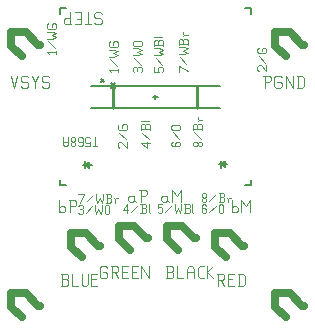
<source format=gbr>
G04 start of page 10 for group -4079 idx -4079 *
G04 Title: (unknown), topsilk *
G04 Creator: pcb 4.2.0 *
G04 CreationDate: Mon Sep 28 05:23:24 2020 UTC *
G04 For: commonadmin *
G04 Format: Gerber/RS-274X *
G04 PCB-Dimensions (mil): 1250.00 1500.00 *
G04 PCB-Coordinate-Origin: lower left *
%MOIN*%
%FSLAX25Y25*%
%LNTOPSILK*%
%ADD106C,0.0100*%
%ADD105C,0.0250*%
%ADD104C,0.0040*%
%ADD103C,0.0030*%
%ADD102C,0.0060*%
G54D102*X51204Y98043D02*X49629Y96469D01*
X51204D02*X49629Y98043D01*
G54D103*X65343Y57822D02*X66843D01*
X65343D02*Y56322D01*
X65718Y56697D01*
X66468D01*
X66843Y56322D01*
Y55197D01*
X66468Y54822D02*X66843Y55197D01*
X65718Y54822D02*X66468D01*
X65343Y55197D02*X65718Y54822D01*
X67743Y55197D02*X69993Y57447D01*
X70893Y57822D02*Y56322D01*
X71268Y54822D01*
X72018Y56322D01*
X72768Y54822D01*
X73143Y56322D01*
Y57822D02*Y56322D01*
X74043Y54822D02*X75543D01*
X75918Y55197D01*
Y56097D02*Y55197D01*
X75543Y56472D02*X75918Y56097D01*
X74418Y56472D02*X75543D01*
X74418Y57822D02*Y54822D01*
X74043Y57822D02*X75543D01*
X75918Y57447D01*
Y56847D01*
X75543Y56472D02*X75918Y56847D01*
X76818Y57822D02*Y55197D01*
X77193Y54822D01*
G54D104*X68000Y60500D02*X68500Y60000D01*
X67000Y60500D02*X68000D01*
X66500Y60000D02*X67000Y60500D01*
X66500Y60000D02*Y59000D01*
X67000Y58500D01*
X68500Y60500D02*Y59000D01*
X69000Y58500D01*
X67000D02*X68000D01*
X68500Y59000D01*
X70200Y62500D02*Y58500D01*
Y62500D02*X71700Y60500D01*
X73200Y62500D01*
Y58500D01*
G54D103*X52408Y76606D02*X52033Y76981D01*
Y78106D02*Y76981D01*
Y78106D02*X52408Y78481D01*
X53158D01*
X55033Y76606D02*X53158Y78481D01*
X55033D02*Y76606D01*
X54658Y79381D02*X52408Y81631D01*
X52033Y84031D02*X52408Y84406D01*
X52033Y84031D02*Y82906D01*
X52408Y82531D02*X52033Y82906D01*
X52408Y82531D02*X54658D01*
X55033Y82906D01*
Y84031D02*Y82906D01*
Y84031D02*X54658Y84406D01*
X53908D02*X54658D01*
X53533Y84031D02*X53908Y84406D01*
X53533Y84031D02*Y83281D01*
X43543Y77100D02*X45043D01*
X44293Y80100D02*Y77100D01*
X41143D02*X42643D01*
Y78600D02*Y77100D01*
Y78600D02*X42268Y78225D01*
X41518D02*X42268D01*
X41518D02*X41143Y78600D01*
Y79725D02*Y78600D01*
X41518Y80100D02*X41143Y79725D01*
X41518Y80100D02*X42268D01*
X42643Y79725D02*X42268Y80100D01*
X39118Y77100D02*X38743Y77475D01*
X39118Y77100D02*X39868D01*
X40243Y77475D02*X39868Y77100D01*
X40243Y79725D02*Y77475D01*
Y79725D02*X39868Y80100D01*
X39118Y78450D02*X38743Y78825D01*
X39118Y78450D02*X40243D01*
X39118Y80100D02*X39868D01*
X39118D02*X38743Y79725D01*
Y78825D01*
X37843Y79725D02*X37468Y80100D01*
X37843Y79725D02*Y79125D01*
X37318Y78600D01*
X36868D02*X37318D01*
X36868D02*X36343Y79125D01*
Y79725D02*Y79125D01*
X36718Y80100D02*X36343Y79725D01*
X36718Y80100D02*X37468D01*
X37843Y78075D02*X37318Y78600D01*
X37843Y78075D02*Y77475D01*
X37468Y77100D01*
X36718D02*X37468D01*
X36718D02*X36343Y77475D01*
Y78075D02*Y77475D01*
X36868Y78600D02*X36343Y78075D01*
X35443Y80100D02*Y77850D01*
X34918Y77100D01*
X34093D02*X34918D01*
X34093D02*X33568Y77850D01*
Y80100D02*Y77850D01*
Y78600D02*X35443D01*
X53606Y55935D02*X55106Y57810D01*
X53606Y55935D02*X55481D01*
X55106Y57810D02*Y54810D01*
X56381Y55185D02*X58631Y57435D01*
X59531Y54810D02*X61031D01*
X61406Y55185D01*
Y56085D02*Y55185D01*
X61031Y56460D02*X61406Y56085D01*
X59906Y56460D02*X61031D01*
X59906Y57810D02*Y54810D01*
X59531Y57810D02*X61031D01*
X61406Y57435D01*
Y56835D01*
X61031Y56460D02*X61406Y56835D01*
X62306Y57810D02*Y55185D01*
X62681Y54810D01*
G54D104*X57000Y60500D02*X57500Y60000D01*
X56000Y60500D02*X57000D01*
X55500Y60000D02*X56000Y60500D01*
X55500Y60000D02*Y59000D01*
X56000Y58500D01*
X57500Y60500D02*Y59000D01*
X58000Y58500D01*
X56000D02*X57000D01*
X57500Y59000D01*
X59700Y62500D02*Y58500D01*
X59200Y62500D02*X61200D01*
X61700Y62000D01*
Y61000D01*
X61200Y60500D02*X61700Y61000D01*
X59700Y60500D02*X61200D01*
X32500Y59000D02*Y55000D01*
Y55500D02*X33000Y55000D01*
X34000D01*
X34500Y55500D01*
Y56500D02*Y55500D01*
X34000Y57000D02*X34500Y56500D01*
X33000Y57000D02*X34000D01*
X32500Y56500D02*X33000Y57000D01*
X36200Y59000D02*Y55000D01*
X35700Y59000D02*X37700D01*
X38200Y58500D01*
Y57500D01*
X37700Y57000D02*X38200Y57500D01*
X36200Y57000D02*X37700D01*
G54D103*X38843Y57210D02*X39218Y57585D01*
X39968D01*
X40343Y57210D01*
X39968Y54585D02*X40343Y54960D01*
X39218Y54585D02*X39968D01*
X38843Y54960D02*X39218Y54585D01*
Y56235D02*X39968D01*
X40343Y57210D02*Y56610D01*
Y55860D02*Y54960D01*
Y55860D02*X39968Y56235D01*
X40343Y56610D02*X39968Y56235D01*
X41243Y54960D02*X43493Y57210D01*
X44393Y57585D02*Y56085D01*
X44768Y54585D01*
X45518Y56085D01*
X46268Y54585D01*
X46643Y56085D01*
Y57585D02*Y56085D01*
X47543Y57210D02*Y54960D01*
Y57210D02*X47918Y57585D01*
X48668D01*
X49043Y57210D01*
Y54960D01*
X48668Y54585D02*X49043Y54960D01*
X47918Y54585D02*X48668D01*
X47543Y54960D02*X47918Y54585D01*
X39218Y58270D02*X40718Y61270D01*
X38843D02*X40718D01*
X41618Y58645D02*X43868Y60895D01*
X44768Y61270D02*Y59770D01*
X45143Y58270D01*
X45893Y59770D01*
X46643Y58270D01*
X47018Y59770D01*
Y61270D02*Y59770D01*
X47918Y58270D02*X49418D01*
X49793Y58645D01*
Y59545D02*Y58645D01*
X49418Y59920D02*X49793Y59545D01*
X48293Y59920D02*X49418D01*
X48293Y61270D02*Y58270D01*
X47918Y61270D02*X49418D01*
X49793Y60895D01*
Y60295D01*
X49418Y59920D02*X49793Y60295D01*
X51068Y59395D02*Y58270D01*
Y59395D02*X51443Y59770D01*
X52193D01*
X50693D02*X51068Y59395D01*
G54D104*X90000Y59000D02*Y55000D01*
Y55500D02*X90500Y55000D01*
X91500D01*
X92000Y55500D01*
Y56500D02*Y55500D01*
X91500Y57000D02*X92000Y56500D01*
X90500Y57000D02*X91500D01*
X90000Y56500D02*X90500Y57000D01*
X93200Y59000D02*Y55000D01*
Y59000D02*X94700Y57000D01*
X96200Y59000D01*
Y55000D01*
G54D103*X81125Y57652D02*X81500Y57277D01*
X80375Y57652D02*X81125D01*
X80000Y57277D02*X80375Y57652D01*
X80000Y57277D02*Y55027D01*
X80375Y54652D01*
X81125Y56302D02*X81500Y55927D01*
X80000Y56302D02*X81125D01*
X80375Y54652D02*X81125D01*
X81500Y55027D01*
Y55927D02*Y55027D01*
X82400D02*X84650Y57277D01*
X85550D02*Y55027D01*
Y57277D02*X85925Y57652D01*
X86675D01*
X87050Y57277D01*
Y55027D01*
X86675Y54652D02*X87050Y55027D01*
X85925Y54652D02*X86675D01*
X85550Y55027D02*X85925Y54652D01*
X80000Y58764D02*X80375Y58389D01*
X80000Y59364D02*Y58764D01*
Y59364D02*X80525Y59889D01*
X80975D01*
X81500Y59364D01*
Y58764D01*
X81125Y58389D02*X81500Y58764D01*
X80375Y58389D02*X81125D01*
X80000Y60414D02*X80525Y59889D01*
X80000Y61014D02*Y60414D01*
Y61014D02*X80375Y61389D01*
X81125D01*
X81500Y61014D01*
Y60414D01*
X80975Y59889D02*X81500Y60414D01*
X82400Y58764D02*X84650Y61014D01*
X85550Y58389D02*X87050D01*
X87425Y58764D01*
Y59664D02*Y58764D01*
X87050Y60039D02*X87425Y59664D01*
X85925Y60039D02*X87050D01*
X85925Y61389D02*Y58389D01*
X85550Y61389D02*X87050D01*
X87425Y61014D01*
Y60414D01*
X87050Y60039D02*X87425Y60414D01*
X88700Y59514D02*Y58389D01*
Y59514D02*X89075Y59889D01*
X89825D01*
X88325D02*X88700Y59514D01*
X79736Y77000D02*X80111Y77375D01*
X79136Y77000D02*X79736D01*
X79136D02*X78611Y77525D01*
Y77975D02*Y77525D01*
Y77975D02*X79136Y78500D01*
X79736D01*
X80111Y78125D02*X79736Y78500D01*
X80111Y78125D02*Y77375D01*
X78086Y77000D02*X78611Y77525D01*
X77486Y77000D02*X78086D01*
X77486D02*X77111Y77375D01*
Y78125D02*Y77375D01*
Y78125D02*X77486Y78500D01*
X78086D01*
X78611Y77975D02*X78086Y78500D01*
X79736Y79400D02*X77486Y81650D01*
X80111Y84050D02*Y82550D01*
Y84050D02*X79736Y84425D01*
X78836D02*X79736D01*
X78461Y84050D02*X78836Y84425D01*
X78461Y84050D02*Y82925D01*
X77111D02*X80111D01*
X77111Y84050D02*Y82550D01*
Y84050D02*X77486Y84425D01*
X78086D01*
X78461Y84050D02*X78086Y84425D01*
X78986Y85700D02*X80111D01*
X78986D02*X78611Y86075D01*
Y86825D02*Y86075D01*
Y85325D02*X78986Y85700D01*
X75230Y102218D02*X72230Y103718D01*
Y101843D01*
X74855Y104618D02*X72605Y106868D01*
X72230Y107768D02*X73730D01*
X75230Y108143D01*
X73730Y108893D01*
X75230Y109643D01*
X73730Y110018D01*
X72230D02*X73730D01*
X75230Y112418D02*Y110918D01*
Y112418D02*X74855Y112793D01*
X73955D02*X74855D01*
X73580Y112418D02*X73955Y112793D01*
X73580Y112418D02*Y111293D01*
X72230D02*X75230D01*
X72230Y112418D02*Y110918D01*
Y112418D02*X72605Y112793D01*
X73205D01*
X73580Y112418D02*X73205Y112793D01*
X74105Y114068D02*X75230D01*
X74105D02*X73730Y114443D01*
Y115193D02*Y114443D01*
Y113693D02*X74105Y114068D01*
X69848Y78125D02*X70223Y78500D01*
X69848Y78125D02*Y77375D01*
X70223Y77000D02*X69848Y77375D01*
X70223Y77000D02*X72473D01*
X72848Y77375D01*
X71198Y78125D02*X71573Y78500D01*
X71198Y78125D02*Y77000D01*
X72848Y78125D02*Y77375D01*
Y78125D02*X72473Y78500D01*
X71573D02*X72473D01*
Y79400D02*X70223Y81650D01*
Y82550D02*X72473D01*
X70223D02*X69848Y82925D01*
Y83675D02*Y82925D01*
Y83675D02*X70223Y84050D01*
X72473D01*
X72848Y83675D02*X72473Y84050D01*
X72848Y83675D02*Y82925D01*
X72473Y82550D02*X72848Y82925D01*
X64178Y103343D02*Y101843D01*
X65678D01*
X65303Y102218D01*
Y102968D02*Y102218D01*
Y102968D02*X65678Y103343D01*
X66803D01*
X67178Y102968D02*X66803Y103343D01*
X67178Y102968D02*Y102218D01*
X66803Y101843D02*X67178Y102218D01*
X66803Y104243D02*X64553Y106493D01*
X64178Y107393D02*X65678D01*
X67178Y107768D01*
X65678Y108518D01*
X67178Y109268D01*
X65678Y109643D01*
X64178D02*X65678D01*
X67178Y112043D02*Y110543D01*
Y112043D02*X66803Y112418D01*
X65903D02*X66803D01*
X65528Y112043D02*X65903Y112418D01*
X65528Y112043D02*Y110918D01*
X64178D02*X67178D01*
X64178Y112043D02*Y110543D01*
Y112043D02*X64553Y112418D01*
X65153D01*
X65528Y112043D02*X65153Y112418D01*
X64178Y113318D02*X66803D01*
X67178Y113693D01*
X61565Y76606D02*X59690Y78106D01*
X61565Y78481D02*Y76606D01*
X59690Y78106D02*X62690D01*
X62315Y79381D02*X60065Y81631D01*
X62690Y84031D02*Y82531D01*
Y84031D02*X62315Y84406D01*
X61415D02*X62315D01*
X61040Y84031D02*X61415Y84406D01*
X61040Y84031D02*Y82906D01*
X59690D02*X62690D01*
X59690Y84031D02*Y82531D01*
Y84031D02*X60065Y84406D01*
X60665D01*
X61040Y84031D02*X60665Y84406D01*
X59690Y85306D02*X62315D01*
X62690Y85681D01*
X57290Y101843D02*X56915Y102218D01*
Y102968D02*Y102218D01*
Y102968D02*X57290Y103343D01*
X59915Y102968D02*X59540Y103343D01*
X59915Y102968D02*Y102218D01*
X59540Y101843D02*X59915Y102218D01*
X58265Y102968D02*Y102218D01*
X57290Y103343D02*X57890D01*
X58640D02*X59540D01*
X58640D02*X58265Y102968D01*
X57890Y103343D02*X58265Y102968D01*
X59540Y104243D02*X57290Y106493D01*
X56915Y107393D02*X58415D01*
X59915Y107768D01*
X58415Y108518D01*
X59915Y109268D01*
X58415Y109643D01*
X56915D02*X58415D01*
X57290Y110543D02*X59540D01*
X57290D02*X56915Y110918D01*
Y111668D02*Y110918D01*
Y111668D02*X57290Y112043D01*
X59540D01*
X59915Y111668D02*X59540Y112043D01*
X59915Y111668D02*Y110918D01*
X59540Y110543D02*X59915Y110918D01*
X98908Y102106D02*X98533Y102481D01*
Y103606D02*Y102481D01*
Y103606D02*X98908Y103981D01*
X99658D01*
X101533Y102106D02*X99658Y103981D01*
X101533D02*Y102106D01*
X101158Y104881D02*X98908Y107131D01*
X98533Y109531D02*X98908Y109906D01*
X98533Y109531D02*Y108406D01*
X98908Y108031D02*X98533Y108406D01*
X98908Y108031D02*X101158D01*
X101533Y108406D01*
Y109531D02*Y108406D01*
Y109531D02*X101158Y109906D01*
X100408D02*X101158D01*
X100033Y109531D02*X100408Y109906D01*
X100033Y109531D02*Y108781D01*
X49562Y101783D02*X48962Y102383D01*
X51962D01*
Y102908D02*Y101783D01*
X51587Y103808D02*X49337Y106058D01*
X48962Y106958D02*X50462D01*
X51962Y107333D01*
X50462Y108083D01*
X51962Y108833D01*
X50462Y109208D01*
X48962D02*X50462D01*
X48962Y111608D02*X49337Y111983D01*
X48962Y111608D02*Y110483D01*
X49337Y110108D02*X48962Y110483D01*
X49337Y110108D02*X51587D01*
X51962Y110483D01*
Y111608D02*Y110483D01*
Y111608D02*X51587Y111983D01*
X50837D02*X51587D01*
X50462Y111608D02*X50837Y111983D01*
X50462Y111608D02*Y110858D01*
X29062Y107783D02*X28462Y108383D01*
X31462D01*
Y108908D02*Y107783D01*
X31087Y109808D02*X28837Y112058D01*
X28462Y112958D02*X29962D01*
X31462Y113333D01*
X29962Y114083D01*
X31462Y114833D01*
X29962Y115208D01*
X28462D02*X29962D01*
X28462Y117608D02*X28837Y117983D01*
X28462Y117608D02*Y116483D01*
X28837Y116108D02*X28462Y116483D01*
X28837Y116108D02*X31087D01*
X31462Y116483D01*
Y117608D02*Y116483D01*
Y117608D02*X31087Y117983D01*
X30337D02*X31087D01*
X29962Y117608D02*X30337Y117983D01*
X29962Y117608D02*Y116858D01*
G54D105*X104457Y27480D02*Y23543D01*
X108000Y20000D01*
X104457Y28000D02*X109449D01*
X113906Y23937D02*X113512D01*
X109449Y28000D02*X113512Y23937D01*
X68457Y49980D02*Y46043D01*
X72000Y42500D01*
X68457Y50500D02*X73449D01*
X77906Y46437D02*X77512D01*
X73449Y50500D02*X77512Y46437D01*
X84457Y47480D02*Y43543D01*
X88000Y40000D01*
X84457Y48000D02*X89449D01*
X93906Y43937D02*X93512D01*
X89449Y48000D02*X93512Y43937D01*
X16457Y27480D02*Y23543D01*
X20000Y20000D01*
X16457Y28000D02*X21449D01*
X25906Y23937D02*X25512D01*
X21449Y28000D02*X25512Y23937D01*
X52457Y49980D02*Y46043D01*
X56000Y42500D01*
X52457Y50500D02*X57449D01*
X61906Y46437D02*X61512D01*
X57449Y50500D02*X61512Y46437D01*
X36457Y47480D02*Y43543D01*
X40000Y40000D01*
X36457Y48000D02*X41449D01*
X45906Y43937D02*X45512D01*
X41449Y48000D02*X45512Y43937D01*
X104457Y114480D02*Y110543D01*
X108000Y107000D01*
X104457Y115000D02*X109449D01*
X113906Y110937D02*X113512D01*
X109449Y115000D02*X113512Y110937D01*
X16457Y114480D02*Y110543D01*
X20000Y107000D01*
X16457Y115000D02*X21449D01*
X25906Y110937D02*X25512D01*
X21449Y115000D02*X25512Y110937D01*
G54D102*X87744Y71020D02*X88531D01*
X85579D02*X86366D01*
Y72201D02*Y69839D01*
X87744Y72004D02*Y70035D01*
X86760Y71020D02*X87744Y72004D01*
Y70035D02*X86760Y71020D01*
X42449Y69961D02*X41465Y70945D01*
X42449Y71929D01*
Y69961D01*
X41071Y72126D02*Y69764D01*
X40283Y70945D02*X41071D01*
X42449D02*X43236D01*
G54D106*X50539Y97043D02*Y89957D01*
X78492Y97043D02*Y89957D01*
G54D102*X43059Y97043D02*X86169D01*
X43059Y89957D02*X86169D01*
X63728Y93500D02*X65303D01*
X64516Y94287D02*Y92713D01*
X96406Y123028D02*Y121059D01*
X94437Y123028D02*X96406D01*
X32626D02*Y121059D01*
Y123028D02*X34594D01*
X96406Y65941D02*Y63972D01*
X94437D02*X96406D01*
X32626Y65941D02*Y63972D01*
X34594D01*
X47390Y98618D02*X46406Y99602D01*
X47390D02*X46406Y98618D01*
G54D104*X68000Y33000D02*X70000D01*
X70500Y33500D01*
Y34700D02*Y33500D01*
X70000Y35200D02*X70500Y34700D01*
X68500Y35200D02*X70000D01*
X68500Y37000D02*Y33000D01*
X68000Y37000D02*X70000D01*
X70500Y36500D01*
Y35700D01*
X70000Y35200D02*X70500Y35700D01*
X71700Y37000D02*Y33000D01*
X73700D01*
X74900Y36000D02*Y33000D01*
Y36000D02*X75600Y37000D01*
X76700D01*
X77400Y36000D01*
Y33000D01*
X74900Y35000D02*X77400D01*
X79300Y33000D02*X80600D01*
X78600Y33700D02*X79300Y33000D01*
X78600Y36300D02*Y33700D01*
Y36300D02*X79300Y37000D01*
X80600D01*
X81800D02*Y33000D01*
Y35000D02*X83800Y37000D01*
X81800Y35000D02*X83800Y33000D01*
X85000Y34500D02*X87000D01*
X87500Y34000D01*
Y33000D01*
X87000Y32500D02*X87500Y33000D01*
X85500Y32500D02*X87000D01*
X85500Y34500D02*Y30500D01*
X86300Y32500D02*X87500Y30500D01*
X88700Y32700D02*X90200D01*
X88700Y30500D02*X90700D01*
X88700Y34500D02*Y30500D01*
Y34500D02*X90700D01*
X92400D02*Y30500D01*
X93700Y34500D02*X94400Y33800D01*
Y31200D01*
X93700Y30500D02*X94400Y31200D01*
X91900Y30500D02*X93700D01*
X91900Y34500D02*X93700D01*
X48000Y37000D02*X48500Y36500D01*
X46500Y37000D02*X48000D01*
X46000Y36500D02*X46500Y37000D01*
X46000Y36500D02*Y33500D01*
X46500Y33000D01*
X48000D01*
X48500Y33500D01*
Y34500D02*Y33500D01*
X48000Y35000D02*X48500Y34500D01*
X47000Y35000D02*X48000D01*
X49700Y37000D02*X51700D01*
X52200Y36500D01*
Y35500D01*
X51700Y35000D02*X52200Y35500D01*
X50200Y35000D02*X51700D01*
X50200Y37000D02*Y33000D01*
X51000Y35000D02*X52200Y33000D01*
X53400Y35200D02*X54900D01*
X53400Y33000D02*X55400D01*
X53400Y37000D02*Y33000D01*
Y37000D02*X55400D01*
X56600Y35200D02*X58100D01*
X56600Y33000D02*X58600D01*
X56600Y37000D02*Y33000D01*
Y37000D02*X58600D01*
X59800D02*Y33000D01*
Y37000D02*X62300Y33000D01*
Y37000D02*Y33000D01*
X33000Y30500D02*X35000D01*
X35500Y31000D01*
Y32200D02*Y31000D01*
X35000Y32700D02*X35500Y32200D01*
X33500Y32700D02*X35000D01*
X33500Y34500D02*Y30500D01*
X33000Y34500D02*X35000D01*
X35500Y34000D01*
Y33200D01*
X35000Y32700D02*X35500Y33200D01*
X36700Y34500D02*Y30500D01*
X38700D01*
X39900Y34500D02*Y31000D01*
X40400Y30500D01*
X41400D01*
X41900Y31000D01*
Y34500D02*Y31000D01*
X43100Y32700D02*X44600D01*
X43100Y30500D02*X45100D01*
X43100Y34500D02*Y30500D01*
Y34500D02*X45100D01*
X44636Y117761D02*X44136Y118261D01*
X44636Y117761D02*X46136D01*
X46636Y118261D02*X46136Y117761D01*
X46636Y119261D02*Y118261D01*
Y119261D02*X46136Y119761D01*
X44636D02*X46136D01*
X44636D02*X44136Y120261D01*
Y121261D02*Y120261D01*
X44636Y121761D02*X44136Y121261D01*
X44636Y121761D02*X46136D01*
X46636Y121261D02*X46136Y121761D01*
X40936Y117761D02*X42936D01*
X41936Y121761D02*Y117761D01*
X38236Y119561D02*X39736D01*
X37736Y121761D02*X39736D01*
Y117761D01*
X37736D02*X39736D01*
X36036Y121761D02*Y117761D01*
X34536D02*X36536D01*
X34536D02*X34036Y118261D01*
Y119261D02*Y118261D01*
X34536Y119761D02*X34036Y119261D01*
X34536Y119761D02*X36036D01*
X101000Y100500D02*Y96500D01*
X100500Y100500D02*X102500D01*
X103000Y100000D01*
Y99000D01*
X102500Y98500D02*X103000Y99000D01*
X101000Y98500D02*X102500D01*
X106200Y100500D02*X106700Y100000D01*
X104700Y100500D02*X106200D01*
X104200Y100000D02*X104700Y100500D01*
X104200Y100000D02*Y97000D01*
X104700Y96500D01*
X106200D01*
X106700Y97000D01*
Y98000D02*Y97000D01*
X106200Y98500D02*X106700Y98000D01*
X105200Y98500D02*X106200D01*
X107900Y100500D02*Y96500D01*
Y100500D02*X110400Y96500D01*
Y100500D02*Y96500D01*
X112100Y100500D02*Y96500D01*
X113400Y100500D02*X114100Y99800D01*
Y97200D01*
X113400Y96500D02*X114100Y97200D01*
X111600Y96500D02*X113400D01*
X111600Y100500D02*X113400D01*
X16500D02*X17500Y96500D01*
X18500Y100500D01*
X21700D02*X22200Y100000D01*
X20200Y100500D02*X21700D01*
X19700Y100000D02*X20200Y100500D01*
X19700Y100000D02*Y99000D01*
X20200Y98500D01*
X21700D01*
X22200Y98000D01*
Y97000D01*
X21700Y96500D02*X22200Y97000D01*
X20200Y96500D02*X21700D01*
X19700Y97000D02*X20200Y96500D01*
X23400Y100500D02*X24400Y98500D01*
X25400Y100500D01*
X24400Y98500D02*Y96500D01*
X28600Y100500D02*X29100Y100000D01*
X27100Y100500D02*X28600D01*
X26600Y100000D02*X27100Y100500D01*
X26600Y100000D02*Y99000D01*
X27100Y98500D01*
X28600D01*
X29100Y98000D01*
Y97000D01*
X28600Y96500D02*X29100Y97000D01*
X27100Y96500D02*X28600D01*
X26600Y97000D02*X27100Y96500D01*
M02*

</source>
